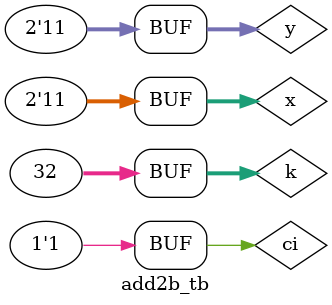
<source format=v>
module add2b (
    input [1:0] x,y,
    input ci,
    output [1:0] z,
    output co

);

    wire ci;
    FAC i0(.x(x[0]), .y(y[0]), .ci(ci), .z(z[0]), .co(ci));
    FAC i1(.x(x[1]), .y(y[1]), .ci(ci), .z(z[1]), .co(co));

endmodule

module add2b_tb;

    reg [1:0] x, y;
    reg ci;
    reg [1:0] z;
    reg co;

    add2b cut(.x(x), .y(y), .ci(ci), .z(z), .co(co));

    integer k;
    initial begin
      $display("Time\tx\ty\tci\tco\tz");
      $monitor("%3t\t%1d\t%1d\t%b\t%b\t%1d", $time, x, y, ci, co, z);
      for(k = 0; k < 32; k = k + 1) begin
        {x, y, ci} = k;
        #10 ;
      end
    
    end
endmodule



</source>
